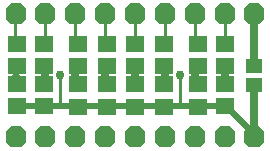
<source format=gbl>
G04*
G04 #@! TF.GenerationSoftware,Altium Limited,Altium Designer,21.0.9 (235)*
G04*
G04 Layer_Physical_Order=2*
G04 Layer_Color=16711680*
%FSAX24Y24*%
%MOIN*%
G70*
G04*
G04 #@! TF.SameCoordinates,2375E4FB-4CFA-4F30-9997-1AA3C3FB1F4C*
G04*
G04*
G04 #@! TF.FilePolarity,Positive*
G04*
G01*
G75*
%ADD14C,0.0100*%
G04:AMPARAMS|DCode=18|XSize=65mil|YSize=70mil|CornerRadius=0mil|HoleSize=0mil|Usage=FLASHONLY|Rotation=0.000|XOffset=0mil|YOffset=0mil|HoleType=Round|Shape=Octagon|*
%AMOCTAGOND18*
4,1,8,-0.0163,0.0350,0.0163,0.0350,0.0325,0.0188,0.0325,-0.0188,0.0163,-0.0350,-0.0163,-0.0350,-0.0325,-0.0188,-0.0325,0.0188,-0.0163,0.0350,0.0*
%
%ADD18OCTAGOND18*%

%ADD19C,0.0300*%
%ADD20R,0.0571X0.0512*%
%ADD21R,0.0610X0.0551*%
%ADD22C,0.0200*%
%ADD23C,0.0250*%
D14*
X002500Y011999D02*
X002505Y012004D01*
X002500Y010988D02*
Y011999D01*
X002976Y012019D02*
X002977Y012019D01*
X002997Y012003D02*
Y012320D01*
X002977Y012019D02*
Y012023D01*
X002924Y012399D02*
X003000Y012474D01*
X002997Y012320D02*
X003000Y012323D01*
X002976Y011524D02*
Y012019D01*
X002924Y012399D02*
X003000Y012323D01*
X002976Y011524D02*
X003000Y011500D01*
X004000Y011538D02*
Y012000D01*
Y013026D02*
Y014000D01*
Y011500D02*
X004019Y011519D01*
X004000Y011538D02*
X004019Y011519D01*
X004000Y011873D02*
Y011987D01*
X006500Y011995D02*
X006505Y012000D01*
X006500Y010988D02*
Y011995D01*
X001000Y013026D02*
Y014000D01*
X001030Y011556D02*
Y011960D01*
Y011530D02*
Y011556D01*
X001050Y011526D02*
X001080Y011556D01*
X008000Y010988D02*
X008020D01*
X009000Y010000D02*
Y010008D01*
X008000Y012000D02*
Y012500D01*
Y011500D02*
Y012000D01*
X007000D02*
Y012500D01*
Y011500D02*
Y012000D01*
X005000D02*
Y012474D01*
Y011500D02*
Y012000D01*
X006000Y011500D02*
Y012500D01*
X002000Y011500D02*
Y011987D01*
Y012474D01*
X004000Y011987D02*
Y012474D01*
X008000Y013051D02*
Y014000D01*
X007000Y013051D02*
Y014000D01*
X006000Y013051D02*
Y014000D01*
X005000Y013026D02*
Y014000D01*
X003000Y013026D02*
Y014000D01*
X002000Y013026D02*
Y014000D01*
X001000Y011960D02*
Y012474D01*
D18*
X004000Y014050D02*
D03*
X001030D02*
D03*
Y009950D02*
D03*
X007000D02*
D03*
X008970Y014050D02*
D03*
X006000Y009950D02*
D03*
X005000D02*
D03*
X003000D02*
D03*
X008970D02*
D03*
X002000D02*
D03*
X004000D02*
D03*
X008000D02*
D03*
Y014050D02*
D03*
X007000D02*
D03*
X006000D02*
D03*
X005000D02*
D03*
X003000D02*
D03*
X002000D02*
D03*
D19*
X002505Y012004D02*
D03*
X002977Y012023D02*
D03*
X004000Y012000D02*
D03*
X006505Y012000D02*
D03*
X001030Y011960D02*
D03*
X006000Y012000D02*
D03*
X007000D02*
D03*
X008000D02*
D03*
X005000D02*
D03*
X002000Y011970D02*
D03*
D20*
X008955Y012314D02*
D03*
Y011684D02*
D03*
D21*
X001950Y012300D02*
D03*
Y013048D02*
D03*
Y010976D02*
D03*
Y011724D02*
D03*
X004050Y012302D02*
D03*
Y013050D02*
D03*
Y010952D02*
D03*
Y011700D02*
D03*
X008000Y010976D02*
D03*
Y011724D02*
D03*
Y012300D02*
D03*
Y013048D02*
D03*
X007100Y010952D02*
D03*
Y011700D02*
D03*
Y012300D02*
D03*
Y013048D02*
D03*
X003100Y010952D02*
D03*
Y011700D02*
D03*
Y012302D02*
D03*
Y013050D02*
D03*
X005950Y010952D02*
D03*
Y011700D02*
D03*
Y012302D02*
D03*
Y013050D02*
D03*
X005000Y010952D02*
D03*
Y011700D02*
D03*
Y012302D02*
D03*
Y013050D02*
D03*
X001050Y012300D02*
D03*
Y013048D02*
D03*
Y010976D02*
D03*
Y011724D02*
D03*
D22*
X008963Y010045D02*
X009000Y010008D01*
X008020Y010988D02*
X008963Y010045D01*
X001000Y010988D02*
X002500D01*
X006000D02*
X006500D01*
X008000D01*
X002500D02*
X005976D01*
D23*
X008963Y010045D02*
Y011676D01*
Y010037D02*
Y010045D01*
Y010037D02*
X009000Y010000D01*
X008955Y011684D02*
X008963Y011676D01*
Y013963D02*
X009000Y014000D01*
X008963Y012321D02*
Y013963D01*
X008955Y012314D02*
X008963Y012321D01*
M02*

</source>
